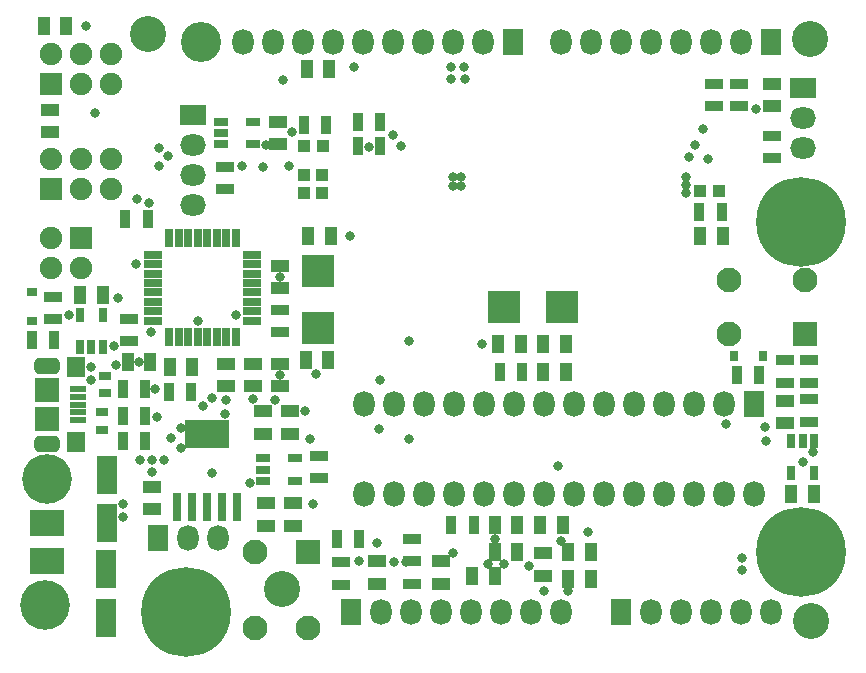
<source format=gts>
G04*
G04 #@! TF.GenerationSoftware,Altium Limited,Altium Designer,20.0.13 (296)*
G04*
G04 Layer_Color=8388736*
%FSLAX44Y44*%
%MOMM*%
G71*
G01*
G75*
%ADD38R,1.5000X1.1000*%
%ADD39R,1.1000X1.5000*%
%ADD40R,3.7000X2.4000*%
%ADD41R,0.8000X2.4000*%
%ADD42R,2.7000X2.8000*%
%ADD43R,2.8000X2.7000*%
%ADD44R,0.7588X0.8858*%
%ADD45R,0.8858X0.7588*%
%ADD46R,1.8000X3.2000*%
%ADD47R,1.2000X0.7500*%
%ADD48R,0.7500X1.2000*%
%ADD49C,3.0480*%
%ADD50R,2.9000X2.2000*%
%ADD51R,1.0000X1.0000*%
%ADD52R,1.4500X0.5000*%
%ADD53R,1.6000X1.8000*%
%ADD54R,2.1000X2.1000*%
%ADD55R,0.6700X1.6200*%
%ADD56R,1.6200X0.6700*%
%ADD57R,1.5000X0.9000*%
%ADD58R,0.9000X1.5000*%
%ADD59R,1.1000X0.8000*%
%ADD60C,3.4000*%
%ADD61O,1.8000X2.2000*%
%ADD62R,1.8000X2.2000*%
%ADD63C,4.2000*%
%ADD64C,7.6000*%
%ADD65O,2.2000X1.8000*%
%ADD66R,2.2000X1.8000*%
%ADD67C,1.9000*%
%ADD68R,1.9000X1.9000*%
G04:AMPARAMS|DCode=69|XSize=2.2mm|YSize=1.4mm|CornerRadius=0.46mm|HoleSize=0mm|Usage=FLASHONLY|Rotation=0.000|XOffset=0mm|YOffset=0mm|HoleType=Round|Shape=RoundedRectangle|*
%AMROUNDEDRECTD69*
21,1,2.2000,0.4800,0,0,0.0*
21,1,1.2800,1.4000,0,0,0.0*
1,1,0.9200,0.6400,-0.2400*
1,1,0.9200,-0.6400,-0.2400*
1,1,0.9200,-0.6400,0.2400*
1,1,0.9200,0.6400,0.2400*
%
%ADD69ROUNDEDRECTD69*%
%ADD70C,2.1000*%
%ADD71R,2.1000X2.1000*%
%ADD72C,0.8000*%
D38*
X205000Y195500D02*
D03*
Y176500D02*
D03*
X442000Y75000D02*
D03*
Y56000D02*
D03*
X197000Y235500D02*
D03*
Y216500D02*
D03*
X111000Y112500D02*
D03*
Y131500D02*
D03*
X208000Y98500D02*
D03*
Y117500D02*
D03*
X220000Y235500D02*
D03*
Y216500D02*
D03*
Y318500D02*
D03*
Y299500D02*
D03*
X174000Y216500D02*
D03*
Y235500D02*
D03*
X25000Y450500D02*
D03*
Y431500D02*
D03*
X636250Y453750D02*
D03*
Y472750D02*
D03*
X301750Y68500D02*
D03*
Y49500D02*
D03*
X356000Y68500D02*
D03*
Y49500D02*
D03*
X218000Y421500D02*
D03*
Y440500D02*
D03*
X228000Y195500D02*
D03*
Y176500D02*
D03*
X647000Y185500D02*
D03*
Y204500D02*
D03*
X231000Y117500D02*
D03*
Y98500D02*
D03*
D39*
X482500Y53000D02*
D03*
X463500D02*
D03*
X482500Y76000D02*
D03*
X463500D02*
D03*
X242500Y485000D02*
D03*
X261500D02*
D03*
X420500Y76000D02*
D03*
X401500D02*
D03*
X575500Y344000D02*
D03*
X594500D02*
D03*
X145250Y233000D02*
D03*
X126250D02*
D03*
X262500Y344000D02*
D03*
X243500D02*
D03*
X260500Y239000D02*
D03*
X241500D02*
D03*
X401500Y56000D02*
D03*
X382500D02*
D03*
X38500Y522000D02*
D03*
X19500D02*
D03*
X442500Y229000D02*
D03*
X461500D02*
D03*
X401500Y99000D02*
D03*
X420500D02*
D03*
X459000D02*
D03*
X440000D02*
D03*
X461500Y252000D02*
D03*
X442500D02*
D03*
X404500D02*
D03*
X423500D02*
D03*
X671500Y125750D02*
D03*
X652500D02*
D03*
X69500Y294000D02*
D03*
X50500D02*
D03*
X109500Y237000D02*
D03*
X90500D02*
D03*
D40*
X158000Y176000D02*
D03*
D41*
X183400Y114000D02*
D03*
X170700D02*
D03*
X158000D02*
D03*
X145300D02*
D03*
X132600D02*
D03*
D42*
X458500Y284000D02*
D03*
X409500D02*
D03*
D43*
X252000Y314500D02*
D03*
Y265500D02*
D03*
D44*
X603808Y242000D02*
D03*
X628192D02*
D03*
D45*
X10000Y296192D02*
D03*
Y271808D02*
D03*
D46*
X73000Y141500D02*
D03*
Y100500D02*
D03*
X72000Y61500D02*
D03*
Y20500D02*
D03*
D47*
X196500Y421500D02*
D03*
Y440500D02*
D03*
X169500Y421500D02*
D03*
Y431000D02*
D03*
Y440500D02*
D03*
X232500Y136500D02*
D03*
Y155500D02*
D03*
X205500Y136500D02*
D03*
Y146000D02*
D03*
Y155500D02*
D03*
D48*
X69500Y276500D02*
D03*
X50500D02*
D03*
X69500Y249500D02*
D03*
X60000D02*
D03*
X50500D02*
D03*
X652500Y143000D02*
D03*
X671500D02*
D03*
X652500Y170000D02*
D03*
X662000D02*
D03*
X671500D02*
D03*
D49*
X107500Y515250D02*
D03*
X668000Y511000D02*
D03*
X669000Y18000D02*
D03*
X221000Y45000D02*
D03*
D50*
X22000Y101000D02*
D03*
Y69000D02*
D03*
D51*
X591000Y382000D02*
D03*
X575000D02*
D03*
X256000Y420000D02*
D03*
X240000D02*
D03*
X255500Y395750D02*
D03*
X239500D02*
D03*
X255500Y380250D02*
D03*
X239500D02*
D03*
D52*
X48745Y188000D02*
D03*
Y194500D02*
D03*
Y201000D02*
D03*
Y207500D02*
D03*
Y214000D02*
D03*
D53*
X46495Y233000D02*
D03*
Y169000D02*
D03*
D54*
X21995Y189000D02*
D03*
Y213000D02*
D03*
X243500Y76500D02*
D03*
D55*
X182000Y258000D02*
D03*
X174000D02*
D03*
X166000D02*
D03*
X158000D02*
D03*
X150000D02*
D03*
X142000D02*
D03*
X134000D02*
D03*
X126000D02*
D03*
Y342000D02*
D03*
X134000D02*
D03*
X142000D02*
D03*
X150000D02*
D03*
X158000D02*
D03*
X166000D02*
D03*
X174000D02*
D03*
X182000D02*
D03*
D56*
X112000Y272000D02*
D03*
Y280000D02*
D03*
Y288000D02*
D03*
Y296000D02*
D03*
Y304000D02*
D03*
Y312000D02*
D03*
Y320000D02*
D03*
Y328000D02*
D03*
X196000D02*
D03*
Y320000D02*
D03*
Y312000D02*
D03*
Y304000D02*
D03*
Y296000D02*
D03*
Y288000D02*
D03*
Y280000D02*
D03*
Y272000D02*
D03*
D57*
X173000Y383500D02*
D03*
Y402500D02*
D03*
X92000Y254500D02*
D03*
Y273500D02*
D03*
X220000Y262500D02*
D03*
Y281500D02*
D03*
X608500Y472500D02*
D03*
Y453500D02*
D03*
X586750D02*
D03*
Y472500D02*
D03*
X636000Y428500D02*
D03*
Y409500D02*
D03*
X667250Y205500D02*
D03*
Y186500D02*
D03*
X27000Y273500D02*
D03*
Y292500D02*
D03*
X667500Y219500D02*
D03*
Y238500D02*
D03*
X271000Y67500D02*
D03*
Y48500D02*
D03*
X253000Y157500D02*
D03*
Y138500D02*
D03*
X647000Y219750D02*
D03*
Y238750D02*
D03*
X331000Y68500D02*
D03*
Y87500D02*
D03*
Y68500D02*
D03*
Y49500D02*
D03*
D58*
X304500Y440000D02*
D03*
X285500D02*
D03*
Y420000D02*
D03*
X304500D02*
D03*
X107500Y358000D02*
D03*
X88500D02*
D03*
X105500Y214000D02*
D03*
X86500D02*
D03*
Y191000D02*
D03*
X105500D02*
D03*
Y170000D02*
D03*
X86500D02*
D03*
X383500Y99000D02*
D03*
X364500D02*
D03*
X625500Y226000D02*
D03*
X606500D02*
D03*
X258750Y438000D02*
D03*
X239750D02*
D03*
X424500Y229000D02*
D03*
X405500D02*
D03*
X574500Y364000D02*
D03*
X593500D02*
D03*
X9500Y256000D02*
D03*
X28500D02*
D03*
X286500Y87000D02*
D03*
X267500D02*
D03*
X144500Y212000D02*
D03*
X125500D02*
D03*
D59*
X71750Y225500D02*
D03*
Y210500D02*
D03*
X69000Y179500D02*
D03*
Y194500D02*
D03*
D60*
X152400Y508000D02*
D03*
D61*
X187960D02*
D03*
X213360D02*
D03*
X238760D02*
D03*
X264160D02*
D03*
X289560D02*
D03*
X314960D02*
D03*
X340360D02*
D03*
X365760D02*
D03*
X391160D02*
D03*
X457200Y25400D02*
D03*
X431800D02*
D03*
X406400D02*
D03*
X381000D02*
D03*
X355600D02*
D03*
X330200D02*
D03*
X304800D02*
D03*
X457200Y508000D02*
D03*
X482600D02*
D03*
X508000D02*
D03*
X533400D02*
D03*
X558800D02*
D03*
X584200D02*
D03*
X609600D02*
D03*
X533400Y25400D02*
D03*
X558800D02*
D03*
X584200D02*
D03*
X609600D02*
D03*
X635000D02*
D03*
X167000Y88000D02*
D03*
X141600D02*
D03*
X595250Y201930D02*
D03*
X569850D02*
D03*
X544450D02*
D03*
X519050D02*
D03*
X493650D02*
D03*
X468250D02*
D03*
X442850D02*
D03*
X417450D02*
D03*
X392050D02*
D03*
X366650D02*
D03*
X341250D02*
D03*
X315850D02*
D03*
X290450D02*
D03*
X620650Y125730D02*
D03*
X595250D02*
D03*
X569850D02*
D03*
X544450D02*
D03*
X519050D02*
D03*
X493650D02*
D03*
X468250D02*
D03*
X442850D02*
D03*
X417450D02*
D03*
X392050D02*
D03*
X366650D02*
D03*
X341250D02*
D03*
X315850D02*
D03*
X290450D02*
D03*
D62*
X416560Y508000D02*
D03*
X279400Y25400D02*
D03*
X635000Y508000D02*
D03*
X508000Y25400D02*
D03*
X116200Y88000D02*
D03*
X620650Y201930D02*
D03*
D63*
X22000Y138000D02*
D03*
X21000Y31000D02*
D03*
D64*
X139700Y25400D02*
D03*
X660400Y76200D02*
D03*
Y355600D02*
D03*
D65*
X146000Y369800D02*
D03*
Y395200D02*
D03*
Y420600D02*
D03*
X662000Y418200D02*
D03*
Y443600D02*
D03*
D66*
X146000Y446000D02*
D03*
X662000Y469000D02*
D03*
D67*
X76200Y497840D02*
D03*
X50800D02*
D03*
X25400D02*
D03*
X76200Y472440D02*
D03*
X50800D02*
D03*
X76400Y409400D02*
D03*
X51000D02*
D03*
X25600D02*
D03*
X76400Y384000D02*
D03*
X51000D02*
D03*
X25400Y341998D02*
D03*
X50800Y316598D02*
D03*
X25400D02*
D03*
D68*
Y472440D02*
D03*
X25600Y384000D02*
D03*
X50800Y341998D02*
D03*
D69*
X21995Y234000D02*
D03*
Y168000D02*
D03*
D70*
X243500Y11500D02*
D03*
X198500D02*
D03*
Y76500D02*
D03*
X599452Y261218D02*
D03*
Y306218D02*
D03*
X664452D02*
D03*
D71*
Y261218D02*
D03*
D72*
X630000Y182000D02*
D03*
X376000Y477000D02*
D03*
X375000Y487000D02*
D03*
X136000Y164000D02*
D03*
Y181000D02*
D03*
X60000Y233000D02*
D03*
X81000Y235000D02*
D03*
X79000Y251000D02*
D03*
X172720Y193294D02*
D03*
X108458Y371856D02*
D03*
X59690Y221488D02*
D03*
X457630Y85834D02*
D03*
X250444Y226822D02*
D03*
X295000Y419000D02*
D03*
X322000Y420000D02*
D03*
X41000Y277000D02*
D03*
X101000Y154000D02*
D03*
X111000D02*
D03*
X121000D02*
D03*
X127000Y173000D02*
D03*
X144000Y172000D02*
D03*
X87000Y106000D02*
D03*
X364000Y477000D02*
D03*
Y487000D02*
D03*
X373000Y386000D02*
D03*
Y394000D02*
D03*
X366000D02*
D03*
Y386000D02*
D03*
X304000Y222000D02*
D03*
X315000Y429000D02*
D03*
X240750Y195750D02*
D03*
X245000Y172000D02*
D03*
X563000Y380000D02*
D03*
Y387000D02*
D03*
Y394000D02*
D03*
X611000Y71000D02*
D03*
X671000Y161000D02*
D03*
X631000Y170000D02*
D03*
X611000Y61000D02*
D03*
X396000Y66000D02*
D03*
X430000Y64000D02*
D03*
X409000Y66000D02*
D03*
X366000Y75000D02*
D03*
X326000Y68000D02*
D03*
X443000Y43000D02*
D03*
X117000Y403000D02*
D03*
Y418000D02*
D03*
X222000Y476000D02*
D03*
X286250Y68500D02*
D03*
X194000Y135000D02*
D03*
X455000Y149000D02*
D03*
X578000Y434000D02*
D03*
X571250Y421250D02*
D03*
X582000Y409000D02*
D03*
X566000Y411000D02*
D03*
X597000Y185000D02*
D03*
X230000Y432000D02*
D03*
X162000Y207000D02*
D03*
X154000Y200000D02*
D03*
X174000Y205000D02*
D03*
X197000Y206000D02*
D03*
X391000Y252000D02*
D03*
X247250Y117250D02*
D03*
X302000Y84000D02*
D03*
X162000Y143000D02*
D03*
X100000Y237000D02*
D03*
X150000Y272000D02*
D03*
X401500Y87500D02*
D03*
X208000Y421000D02*
D03*
X227000Y403000D02*
D03*
X279000Y344000D02*
D03*
X282000Y487000D02*
D03*
X111000Y144000D02*
D03*
X205000Y402000D02*
D03*
X187750Y402750D02*
D03*
X63000Y448000D02*
D03*
X55000Y522000D02*
D03*
X220000Y309000D02*
D03*
X662250Y152500D02*
D03*
X182750Y276500D02*
D03*
X220000Y226000D02*
D03*
X82500Y291000D02*
D03*
X124968Y411226D02*
D03*
X316000Y68000D02*
D03*
X463250Y43250D02*
D03*
X98000Y320000D02*
D03*
X98750Y375250D02*
D03*
X110750Y262750D02*
D03*
X480000Y93000D02*
D03*
X215250Y205250D02*
D03*
X87000Y117000D02*
D03*
X115250Y190500D02*
D03*
X113750Y214250D02*
D03*
X622250Y451750D02*
D03*
X328500Y255000D02*
D03*
X328750Y171750D02*
D03*
X303000Y180250D02*
D03*
M02*

</source>
